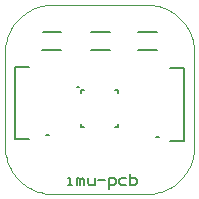
<source format=gto>
G04 Layer_Color=65535*
%FSLAX25Y25*%
%MOIN*%
G70*
G01*
G75*
%ADD17C,0.00050*%
%ADD20C,0.00197*%
%ADD21C,0.00787*%
%ADD22C,0.00500*%
%ADD23C,0.00709*%
D17*
X8Y15748D02*
X39Y14759D01*
X132Y13774D01*
X287Y12797D01*
X503Y11832D01*
X779Y10882D01*
X1114Y9951D01*
X1507Y9043D01*
X1956Y8161D01*
X2459Y7310D01*
X3015Y6492D01*
X3622Y5710D01*
X4276Y4968D01*
X4976Y4268D01*
X5718Y3614D01*
X6499Y3008D01*
X7318Y2451D01*
X8169Y1948D01*
X9051Y1499D01*
X9959Y1106D01*
X10889Y771D01*
X11840Y495D01*
X12805Y279D01*
X13782Y124D01*
X14767Y31D01*
X15756Y0D01*
Y62992D02*
X14767Y62961D01*
X13782Y62868D01*
X12805Y62713D01*
X11840Y62497D01*
X10889Y62221D01*
X9959Y61886D01*
X9051Y61493D01*
X8169Y61044D01*
X7318Y60541D01*
X6499Y59984D01*
X5718Y59378D01*
X4976Y58724D01*
X4276Y58024D01*
X3622Y57282D01*
X3015Y56501D01*
X2459Y55682D01*
X1956Y54831D01*
X1507Y53949D01*
X1114Y53041D01*
X779Y52110D01*
X503Y51160D01*
X287Y50195D01*
X132Y49218D01*
X39Y48233D01*
X8Y47244D01*
X47252Y0D02*
X48241Y31D01*
X49226Y124D01*
X50203Y279D01*
X51168Y495D01*
X52118Y771D01*
X53049Y1106D01*
X53957Y1499D01*
X54839Y1948D01*
X55690Y2451D01*
X56508Y3008D01*
X57290Y3614D01*
X58032Y4268D01*
X58732Y4968D01*
X59386Y5710D01*
X59992Y6492D01*
X60549Y7310D01*
X61052Y8161D01*
X61501Y9043D01*
X61894Y9951D01*
X62229Y10882D01*
X62505Y11832D01*
X62721Y12797D01*
X62876Y13774D01*
X62969Y14759D01*
X63000Y15748D01*
Y47244D02*
X62969Y48233D01*
X62876Y49218D01*
X62721Y50195D01*
X62505Y51161D01*
X62229Y52110D01*
X61894Y53041D01*
X61501Y53949D01*
X61052Y54831D01*
X60549Y55682D01*
X59992Y56501D01*
X59386Y57282D01*
X58732Y58024D01*
X58032Y58724D01*
X57290Y59378D01*
X56508Y59984D01*
X55690Y60541D01*
X54839Y61044D01*
X53957Y61493D01*
X53049Y61886D01*
X52118Y62221D01*
X51168Y62497D01*
X50203Y62713D01*
X49226Y62868D01*
X48241Y62961D01*
X47252Y62992D01*
X63000Y47244D02*
X62969Y48233D01*
X62876Y49218D01*
X62721Y50195D01*
X62505Y51161D01*
X62229Y52110D01*
X61894Y53041D01*
X61501Y53949D01*
X61052Y54831D01*
X60549Y55682D01*
X59992Y56501D01*
X59386Y57282D01*
X58732Y58024D01*
X58032Y58724D01*
X57290Y59378D01*
X56508Y59984D01*
X55690Y60541D01*
X54839Y61044D01*
X53957Y61493D01*
X53049Y61886D01*
X52118Y62221D01*
X51168Y62497D01*
X50203Y62713D01*
X49226Y62868D01*
X48241Y62961D01*
X47252Y62992D01*
X47252Y0D02*
X48241Y31D01*
X49226Y124D01*
X50203Y279D01*
X51168Y495D01*
X52118Y771D01*
X53049Y1106D01*
X53957Y1499D01*
X54839Y1948D01*
X55690Y2451D01*
X56508Y3008D01*
X57290Y3614D01*
X58032Y4268D01*
X58732Y4968D01*
X59386Y5710D01*
X59992Y6492D01*
X60549Y7310D01*
X61052Y8161D01*
X61501Y9043D01*
X61894Y9951D01*
X62229Y10882D01*
X62505Y11832D01*
X62721Y12797D01*
X62876Y13774D01*
X62969Y14759D01*
X63000Y15748D01*
X15756Y62992D02*
X14767Y62961D01*
X13782Y62868D01*
X12805Y62713D01*
X11840Y62497D01*
X10889Y62221D01*
X9959Y61886D01*
X9051Y61493D01*
X8169Y61044D01*
X7318Y60541D01*
X6499Y59984D01*
X5718Y59378D01*
X4976Y58724D01*
X4276Y58024D01*
X3622Y57282D01*
X3015Y56501D01*
X2459Y55682D01*
X1956Y54831D01*
X1507Y53949D01*
X1114Y53041D01*
X779Y52110D01*
X503Y51160D01*
X287Y50195D01*
X132Y49218D01*
X39Y48233D01*
X8Y47244D01*
Y15748D02*
X39Y14759D01*
X132Y13774D01*
X287Y12797D01*
X503Y11832D01*
X779Y10882D01*
X1114Y9951D01*
X1507Y9043D01*
X1956Y8161D01*
X2459Y7310D01*
X3015Y6492D01*
X3622Y5710D01*
X4276Y4968D01*
X4976Y4268D01*
X5718Y3614D01*
X6499Y3008D01*
X7318Y2451D01*
X8169Y1948D01*
X9051Y1499D01*
X9959Y1106D01*
X10889Y771D01*
X11840Y495D01*
X12805Y279D01*
X13782Y124D01*
X14767Y31D01*
X15756Y0D01*
X63000Y15748D02*
Y47244D01*
X15756Y62992D02*
X47252D01*
X8Y15748D02*
Y47244D01*
X15756Y0D02*
X47252D01*
X15756D02*
X47252D01*
X8Y15748D02*
Y47244D01*
X15756Y62992D02*
X47252D01*
X63000Y15748D02*
Y47244D01*
D20*
X62969Y48233D01*
X62876Y49218D01*
X62721Y50195D01*
X62505Y51161D01*
X62229Y52110D01*
X61894Y53041D01*
X61501Y53949D01*
X61052Y54831D01*
X60549Y55682D01*
X59992Y56501D01*
X59386Y57282D01*
X58732Y58024D01*
X58032Y58724D01*
X57290Y59378D01*
X56508Y59984D01*
X55690Y60541D01*
X54839Y61044D01*
X53957Y61493D01*
X53049Y61886D01*
X52118Y62221D01*
X51168Y62497D01*
X50203Y62713D01*
X49226Y62868D01*
X48241Y62961D01*
X47252Y62992D01*
X47252Y0D02*
X48241Y31D01*
X49226Y124D01*
X50203Y279D01*
X51168Y495D01*
X52118Y771D01*
X53049Y1106D01*
X53957Y1499D01*
X54839Y1948D01*
X55690Y2451D01*
X56508Y3008D01*
X57290Y3614D01*
X58032Y4268D01*
X58732Y4968D01*
X59386Y5710D01*
X59992Y6492D01*
X60549Y7310D01*
X61052Y8161D01*
X61501Y9043D01*
X61894Y9951D01*
X62229Y10882D01*
X62505Y11832D01*
X62721Y12797D01*
X62876Y13774D01*
X62969Y14759D01*
X63000Y15748D01*
X15756Y62992D02*
X14767Y62961D01*
X13782Y62868D01*
X12805Y62713D01*
X11840Y62497D01*
X10889Y62221D01*
X9959Y61886D01*
X9051Y61493D01*
X8169Y61044D01*
X7318Y60541D01*
X6499Y59984D01*
X5718Y59378D01*
X4976Y58724D01*
X4276Y58024D01*
X3622Y57282D01*
X3015Y56501D01*
X2459Y55682D01*
X1956Y54831D01*
X1507Y53949D01*
X1114Y53041D01*
X779Y52110D01*
X503Y51160D01*
X287Y50195D01*
X132Y49218D01*
X39Y48233D01*
X8Y47244D01*
Y15748D02*
X39Y14759D01*
X132Y13774D01*
X287Y12797D01*
X503Y11832D01*
X779Y10882D01*
X1114Y9951D01*
X1507Y9043D01*
X1956Y8161D01*
X2459Y7310D01*
X3015Y6492D01*
X3622Y5710D01*
X4276Y4968D01*
X4976Y4268D01*
X5718Y3614D01*
X6499Y3008D01*
X7318Y2451D01*
X8169Y1948D01*
X9051Y1499D01*
X9959Y1106D01*
X10889Y771D01*
X11840Y495D01*
X12805Y279D01*
X13782Y124D01*
X14767Y31D01*
X15756Y0D01*
X47252D01*
X8Y15748D02*
Y47244D01*
X15756Y62992D02*
X47252D01*
X63000Y15748D02*
Y47244D01*
D21*
X24694Y35800D02*
X23906D01*
X24694D01*
X51194Y19079D02*
X50406D01*
X51194D01*
X14494Y19816D02*
X13706D01*
X14494D01*
D22*
X25398Y22398D02*
X26200D01*
X25398D02*
Y23200D01*
X36800Y22398D02*
X37602D01*
Y23200D01*
Y33800D02*
Y34602D01*
X36800D02*
X37602D01*
X25398Y33800D02*
Y34602D01*
X26200D01*
X59700Y17579D02*
Y41979D01*
X55100D02*
X59700D01*
X55000Y17579D02*
X59700D01*
X3300Y18416D02*
Y42216D01*
Y18416D02*
X7900D01*
X3300Y42216D02*
X8000D01*
X45825Y54117D02*
X50600Y54100D01*
X44250Y54117D02*
X45825D01*
X44201Y47900D02*
X50500D01*
X28701Y47900D02*
X35000D01*
X28750Y54117D02*
X30325D01*
X35100Y54100D01*
X12400Y47900D02*
X17175Y47883D01*
X18750D01*
X12500Y54100D02*
X18799D01*
D23*
X21000Y3000D02*
X22181D01*
X21590D01*
Y5361D01*
X21000D01*
X23952Y3000D02*
Y5361D01*
X24542D01*
X25133Y4771D01*
Y3000D01*
Y4771D01*
X25723Y5361D01*
X26313Y4771D01*
Y3000D01*
X27494Y5361D02*
Y3590D01*
X28084Y3000D01*
X29855D01*
Y5361D01*
X31036Y4771D02*
X33398D01*
X34578Y1819D02*
Y5361D01*
X36349D01*
X36940Y4771D01*
Y3590D01*
X36349Y3000D01*
X34578D01*
X40482Y5361D02*
X38711D01*
X38120Y4771D01*
Y3590D01*
X38711Y3000D01*
X40482D01*
X41663Y6542D02*
Y3000D01*
X43434D01*
X44024Y3590D01*
Y4181D01*
Y4771D01*
X43434Y5361D01*
X41663D01*
M02*

</source>
